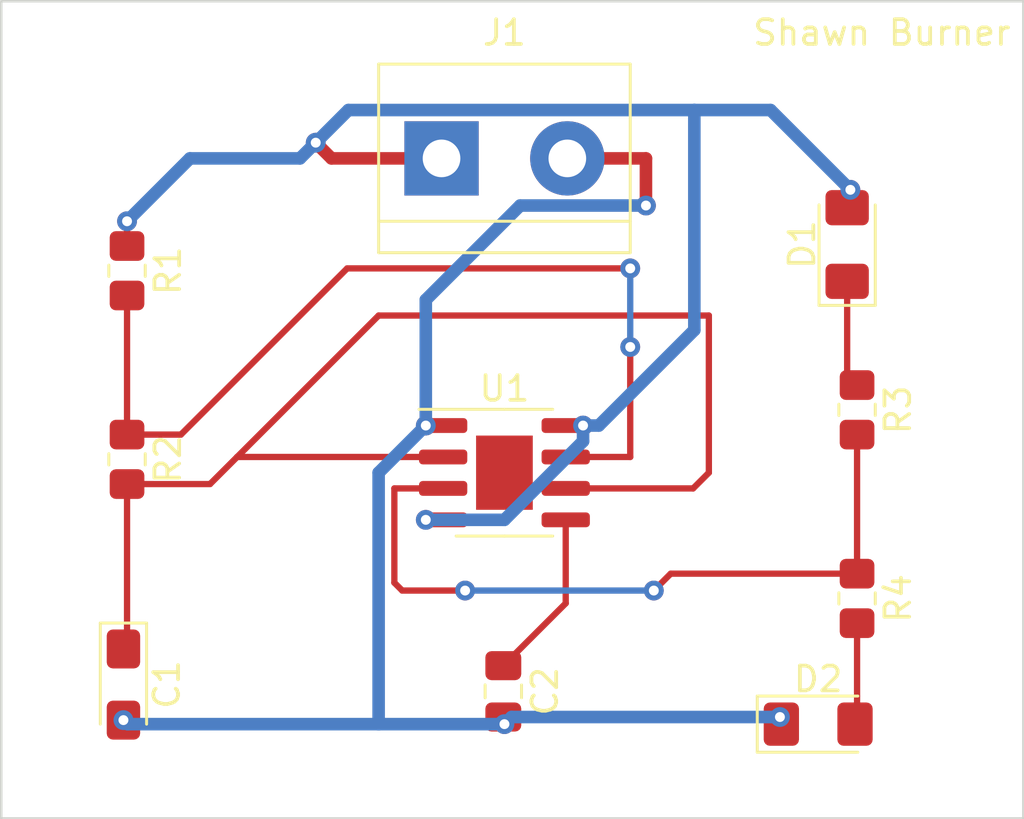
<source format=kicad_pcb>
(kicad_pcb (version 20211014) (generator pcbnew)
  (layers (0 "F.Cu" signal) (31 "B.Cu" signal) (34 "B.Paste" user) (35 "F.Paste" user) (36 "B.SilkS" user "B.Silkscreen") (37 "F.SilkS" user "F.Silkscreen") (38 "B.Mask" user) (39 "F.Mask" user) (44 "Edge.Cuts" user))
  (net 0 "")
  (net 1 "/Pin_2")
  (net 2 "GND")
  (net 3 "Net-(C2-Pad1)")
  (net 4 "Net-(D1-Pad1)")
  (net 5 "+9V")
  (net 6 "Net-(D2-Pad2)")
  (net 7 "/Pin_7")
  (net 8 "/Pin_3")
  (footprint "LED_SMD:LED_1206_3216Metric_Pad1.42x1.75mm_HandSolder" (layer "F.Cu") (at 166.24 89.84 90)
    (fp_text reference "D1" (at 0 -1.82 90) (layer "F.SilkS"))
    (fp_text value "LED")
    (fp_line (start -2.46 1.135) (end 1.6 1.135) (layer "F.SilkS") (width 0.12))
    (fp_line (start 1.6 -1.135) (end -2.46 -1.135) (layer "F.SilkS") (width 0.12))
    (fp_line (start -2.46 -1.135) (end -2.46 1.135) (layer "F.SilkS") (width 0.12))
    (pad "1" smd roundrect (at -1.4875 0 90) (size 1.425 1.75) (layers "F.Cu" "F.Paste" "F.Mask") (roundrect_rratio 0.1754392982) (net 4 "Net-(D1-Pad1)"))
    (pad "2" smd roundrect (at 1.4875 0 90) (size 1.425 1.75) (layers "F.Cu" "F.Paste" "F.Mask") (roundrect_rratio 0.1754392982) (net 5 "+9V"))
  )
  (footprint "Resistor_SMD:R_0805_2012Metric_Pad1.20x1.40mm_HandSolder" (layer "F.Cu") (at 137.16 98.52 -90)
    (fp_text reference "R2" (at 0 -1.65 90) (layer "F.SilkS"))
    (fp_text value "10k")
    (fp_line (start -0.227064 0.735) (end 0.227064 0.735) (layer "F.SilkS") (width 0.12))
    (fp_line (start -0.227064 -0.735) (end 0.227064 -0.735) (layer "F.SilkS") (width 0.12))
    (pad "1" smd roundrect (at -1 0 270) (size 1.2 1.4) (layers "F.Cu" "F.Paste" "F.Mask") (roundrect_rratio 0.2083333333) (net 7 "/Pin_7"))
    (pad "2" smd roundrect (at 1 0 270) (size 1.2 1.4) (layers "F.Cu" "F.Paste" "F.Mask") (roundrect_rratio 0.2083333333) (net 1 "/Pin_2"))
  )
  (footprint "Package_SO:SOIC-8-1EP_3.9x4.9mm_P1.27mm_EP2.29x3mm" (layer "F.Cu") (at 152.4 99.06)
    (fp_text reference "U1" (at 0 -3.4) (layer "F.SilkS"))
    (fp_text value "NE555D")
    (fp_line (start 0 -2.56) (end 1.95 -2.56) (layer "F.SilkS") (width 0.12))
    (fp_line (start 0 -2.56) (end -3.45 -2.56) (layer "F.SilkS") (width 0.12))
    (fp_line (start 0 2.56) (end 1.95 2.56) (layer "F.SilkS") (width 0.12))
    (fp_line (start 0 2.56) (end -1.95 2.56) (layer "F.SilkS") (width 0.12))
    (pad "1" smd roundrect (at -2.475 -1.905) (size 1.95 0.6) (layers "F.Cu" "F.Paste" "F.Mask") (net 2 "GND"))
    (pad "2" smd roundrect (at -2.475 -0.635) (size 1.95 0.6) (layers "F.Cu" "F.Paste" "F.Mask") (net 1 "/Pin_2"))
    (pad "3" smd roundrect (at -2.475 0.635) (size 1.95 0.6) (layers "F.Cu" "F.Paste" "F.Mask") (net 8 "/Pin_3"))
    (pad "4" smd roundrect (at -2.475 1.905) (size 1.95 0.6) (layers "F.Cu" "F.Paste" "F.Mask") (net 5 "+9V"))
    (pad "5" smd roundrect (at 2.475 1.905) (size 1.95 0.6) (layers "F.Cu" "F.Paste" "F.Mask") (net 3 "Net-(C2-Pad1)"))
    (pad "6" smd roundrect (at 2.475 0.635) (size 1.95 0.6) (layers "F.Cu" "F.Paste" "F.Mask") (net 1 "/Pin_2"))
    (pad "7" smd roundrect (at 2.475 -0.635) (size 1.95 0.6) (layers "F.Cu" "F.Paste" "F.Mask") (net 7 "/Pin_7"))
    (pad "8" smd roundrect (at 2.475 -1.905) (size 1.95 0.6) (layers "F.Cu" "F.Paste" "F.Mask") (net 5 "+9V"))
    (pad "9" smd rect (at 0 0) (size 2.29 3) (layers "F.Cu" "F.Mask"))
  )
  (footprint "Capacitor_Tantalum_SMD:CP_EIA-3216-18_Kemet-A_Pad1.58x1.35mm_HandSolder" (layer "F.Cu") (at 137.015 107.62 -90)
    (fp_text reference "C1" (at 0 -1.75 90) (layer "F.SilkS"))
    (fp_text value "10uF")
    (fp_line (start -2.485 -0.935) (end -2.485 0.935) (layer "F.SilkS") (width 0.12))
    (fp_line (start 1.6 -0.935) (end -2.485 -0.935) (layer "F.SilkS") (width 0.12))
    (fp_line (start -2.485 0.935) (end 1.6 0.935) (layer "F.SilkS") (width 0.12))
    (pad "1" smd roundrect (at -1.4375 0 270) (size 1.575 1.35) (layers "F.Cu" "F.Paste" "F.Mask") (roundrect_rratio 0.1851851852) (net 1 "/Pin_2"))
    (pad "2" smd roundrect (at 1.4375 0 270) (size 1.575 1.35) (layers "F.Cu" "F.Paste" "F.Mask") (roundrect_rratio 0.1851851852) (net 2 "GND"))
  )
  (footprint "Resistor_SMD:R_0805_2012Metric_Pad1.20x1.40mm_HandSolder" (layer "F.Cu") (at 166.64 96.52 -90)
    (fp_text reference "R3" (at 0 -1.65 90) (layer "F.SilkS"))
    (fp_text value "1k")
    (fp_line (start -0.227064 -0.735) (end 0.227064 -0.735) (layer "F.SilkS") (width 0.12))
    (fp_line (start -0.227064 0.735) (end 0.227064 0.735) (layer "F.SilkS") (width 0.12))
    (pad "1" smd roundrect (at -1 0 270) (size 1.2 1.4) (layers "F.Cu" "F.Paste" "F.Mask") (roundrect_rratio 0.2083333333) (net 4 "Net-(D1-Pad1)"))
    (pad "2" smd roundrect (at 1 0 270) (size 1.2 1.4) (layers "F.Cu" "F.Paste" "F.Mask") (roundrect_rratio 0.2083333333) (net 8 "/Pin_3"))
  )
  (footprint "TerminalBlock:TerminalBlock_bornier-2_P5.08mm" (layer "F.Cu") (at 149.86 86.36)
    (fp_text reference "J1" (at 2.54 -5.08) (layer "F.SilkS"))
    (fp_text value "Conn_01x02_Male")
    (fp_line (start 7.62 2.54) (end -2.54 2.54) (layer "F.SilkS") (width 0.12))
    (fp_line (start 7.62 3.81) (end 7.62 -3.81) (layer "F.SilkS") (width 0.12))
    (fp_line (start -2.54 -3.81) (end -2.54 3.81) (layer "F.SilkS") (width 0.12))
    (fp_line (start -2.54 3.81) (end 7.62 3.81) (layer "F.SilkS") (width 0.12))
    (fp_line (start 7.62 -3.81) (end -2.54 -3.81) (layer "F.SilkS") (width 0.12))
    (pad "1" thru_hole rect (at 0 0) (size 3 3) (drill 1.52) (layers *.Cu *.Mask) (net 5 "+9V"))
    (pad "2" thru_hole circle (at 5.08 0) (size 3 3) (drill 1.52) (layers *.Cu *.Mask) (net 2 "GND"))
  )
  (footprint "LED_SMD:LED_1206_3216Metric_Pad1.42x1.75mm_HandSolder" (layer "F.Cu") (at 165.07 109.22)
    (fp_text reference "D2" (at 0 -1.82) (layer "F.SilkS"))
    (fp_text value "LED")
    (fp_line (start -2.46 -1.135) (end -2.46 1.135) (layer "F.SilkS") (width 0.12))
    (fp_line (start 1.6 -1.135) (end -2.46 -1.135) (layer "F.SilkS") (width 0.12))
    (fp_line (start -2.46 1.135) (end 1.6 1.135) (layer "F.SilkS") (width 0.12))
    (pad "1" smd roundrect (at -1.4875 0) (size 1.425 1.75) (layers "F.Cu" "F.Paste" "F.Mask") (roundrect_rratio 0.1754392982) (net 2 "GND"))
    (pad "2" smd roundrect (at 1.4875 0) (size 1.425 1.75) (layers "F.Cu" "F.Paste" "F.Mask") (roundrect_rratio 0.1754392982) (net 6 "Net-(D2-Pad2)"))
  )
  (footprint "Resistor_SMD:R_0805_2012Metric_Pad1.20x1.40mm_HandSolder" (layer "F.Cu") (at 137.16 90.9 -90)
    (fp_text reference "R1" (at 0 -1.65 90) (layer "F.SilkS"))
    (fp_text value "1k")
    (fp_line (start -0.227064 -0.735) (end 0.227064 -0.735) (layer "F.SilkS") (width 0.12))
    (fp_line (start -0.227064 0.735) (end 0.227064 0.735) (layer "F.SilkS") (width 0.12))
    (pad "1" smd roundrect (at -1 0 270) (size 1.2 1.4) (layers "F.Cu" "F.Paste" "F.Mask") (roundrect_rratio 0.2083333333) (net 5 "+9V"))
    (pad "2" smd roundrect (at 1 0 270) (size 1.2 1.4) (layers "F.Cu" "F.Paste" "F.Mask") (roundrect_rratio 0.2083333333) (net 7 "/Pin_7"))
  )
  (footprint "Resistor_SMD:R_0805_2012Metric_Pad1.20x1.40mm_HandSolder" (layer "F.Cu") (at 166.64 104.14 -90)
    (fp_text reference "R4" (at 0 -1.65 90) (layer "F.SilkS"))
    (fp_text value "1k")
    (fp_line (start -0.227064 0.735) (end 0.227064 0.735) (layer "F.SilkS") (width 0.12))
    (fp_line (start -0.227064 -0.735) (end 0.227064 -0.735) (layer "F.SilkS") (width 0.12))
    (pad "1" smd roundrect (at -1 0 270) (size 1.2 1.4) (layers "F.Cu" "F.Paste" "F.Mask") (roundrect_rratio 0.2083333333) (net 8 "/Pin_3"))
    (pad "2" smd roundrect (at 1 0 270) (size 1.2 1.4) (layers "F.Cu" "F.Paste" "F.Mask") (roundrect_rratio 0.2083333333) (net 6 "Net-(D2-Pad2)"))
  )
  (footprint "Capacitor_SMD:C_0805_2012Metric_Pad1.18x1.45mm_HandSolder" (layer "F.Cu") (at 152.355 107.895 -90)
    (fp_text reference "C2" (at 0 -1.68 90) (layer "F.SilkS"))
    (fp_text value "0.01uF")
    (fp_line (start -0.261252 -0.735) (end 0.261252 -0.735) (layer "F.SilkS") (width 0.12))
    (fp_line (start -0.261252 0.735) (end 0.261252 0.735) (layer "F.SilkS") (width 0.12))
    (pad "1" smd roundrect (at -1.0375 0 270) (size 1.175 1.45) (layers "F.Cu" "F.Paste" "F.Mask") (roundrect_rratio 0.2127659574) (net 3 "Net-(C2-Pad1)"))
    (pad "2" smd roundrect (at 1.0375 0 270) (size 1.175 1.45) (layers "F.Cu" "F.Paste" "F.Mask") (roundrect_rratio 0.2127659574) (net 2 "GND"))
  )
  (gr_rect (start 132.08 80.01) (end 173.355 113.03) (layer "Edge.Cuts") (width 0.1) (fill none))
  (gr_text "Shawn Burner" (at 167.64 81.28) (layer "F.SilkS") (effects (font (size 1 1))))
  (segment (start 140.51 99.52) (end 141.605 98.425) (width 0.254) (layer "F.Cu") (net 1))
  (segment (start 149.925 98.425) (end 141.605 98.425) (width 0.254) (layer "F.Cu") (net 1))
  (segment (start 141.605 98.425) (end 147.32 92.71) (width 0.254) (layer "F.Cu") (net 1))
  (segment (start 137.16 99.52) (end 140.51 99.52) (width 0.254) (layer "F.Cu") (net 1))
  (segment (start 160.655 92.71) (end 160.655 99.06) (width 0.254) (layer "F.Cu") (net 1))
  (segment (start 137.16 106.0375) (end 137.015 106.1825) (width 0.254) (layer "F.Cu") (net 1))
  (segment (start 137.16 99.52) (end 137.16 106.0375) (width 0.254) (layer "F.Cu") (net 1))
  (segment (start 160.655 99.06) (end 160.02 99.695) (width 0.254) (layer "F.Cu") (net 1))
  (segment (start 160.02 99.695) (end 154.875 99.695) (width 0.254) (layer "F.Cu") (net 1))
  (segment (start 147.32 92.71) (end 160.655 92.71) (width 0.254) (layer "F.Cu") (net 1))
  (segment (start 163.525 108.9325) (end 163.6125 109.02) (width 0.25) (layer "F.Cu") (net 2))
  (segment (start 158.115 88.265) (end 158.115 86.36) (width 0.508) (layer "F.Cu") (net 2))
  (segment (start 158.115 86.36) (end 154.94 86.36) (width 0.508) (layer "F.Cu") (net 2))
  (segment (start 152.23 109.0575) (end 152.0675 109.22) (width 0.25) (layer "F.Cu") (net 2))
  (segment (start 152.0675 109.22) (end 152.355 108.9325) (width 0.25) (layer "F.Cu") (net 2))
  (segment (start 152.4 109.22) (end 152.0675 109.22) (width 0.25) (layer "F.Cu") (net 2))
  (via (at 137.015 109.0575) (size 0.8) (drill 0.4) (layers "F.Cu" "B.Cu") (net 2))
  (via (at 149.225 97.155) (size 0.8) (drill 0.4) (layers "F.Cu" "B.Cu") (net 2))
  (via (at 163.525 108.9325) (size 0.8) (drill 0.4) (layers "F.Cu" "B.Cu") (net 2))
  (via (at 158.115 88.265) (size 0.8) (drill 0.4) (layers "F.Cu" "B.Cu") (net 2))
  (via (at 152.4 109.22) (size 0.8) (drill 0.4) (layers "F.Cu" "B.Cu") (net 2))
  (segment (start 152.6875 108.9325) (end 152.4 109.22) (width 0.508) (layer "B.Cu") (net 2))
  (segment (start 158.115 88.265) (end 153.035 88.265) (width 0.508) (layer "B.Cu") (net 2))
  (segment (start 147.32 109.22) (end 137.1775 109.22) (width 0.508) (layer "B.Cu") (net 2))
  (segment (start 147.32 109.22) (end 147.32 99.06) (width 0.508) (layer "B.Cu") (net 2))
  (segment (start 153.035 88.265) (end 149.225 92.075) (width 0.508) (layer "B.Cu") (net 2))
  (segment (start 137.1775 109.22) (end 137.015 109.0575) (width 0.508) (layer "B.Cu") (net 2))
  (segment (start 152.4 109.22) (end 147.32 109.22) (width 0.508) (layer "B.Cu") (net 2))
  (segment (start 163.525 108.9325) (end 152.6875 108.9325) (width 0.508) (layer "B.Cu") (net 2))
  (segment (start 149.225 92.075) (end 149.225 97.155) (width 0.508) (layer "B.Cu") (net 2))
  (segment (start 147.32 99.06) (end 149.225 97.155) (width 0.508) (layer "B.Cu") (net 2))
  (segment (start 154.875 104.3375) (end 152.355 106.8575) (width 0.254) (layer "F.Cu") (net 3))
  (segment (start 154.875 100.965) (end 154.875 104.3375) (width 0.254) (layer "F.Cu") (net 3))
  (segment (start 166.24 91.3275) (end 166.24 95.12) (width 0.254) (layer "F.Cu") (net 4))
  (segment (start 166.24 95.12) (end 166.64 95.52) (width 0.254) (layer "F.Cu") (net 4))
  (segment (start 144.78 85.725) (end 145.415 86.36) (width 0.508) (layer "F.Cu") (net 5))
  (segment (start 155.575 97.155) (end 155.005 97.155) (width 0.25) (layer "F.Cu") (net 5))
  (segment (start 137.16 89.9) (end 137.16 88.9) (width 0.25) (layer "F.Cu") (net 5))
  (segment (start 145.415 86.36) (end 149.86 86.36) (width 0.508) (layer "F.Cu") (net 5))
  (via (at 149.225 100.965) (size 0.8) (drill 0.4) (layers "F.Cu" "B.Cu") (net 5))
  (via (at 155.575 97.155) (size 0.8) (drill 0.4) (layers "F.Cu" "B.Cu") (net 5))
  (via (at 144.78 85.725) (size 0.8) (drill 0.4) (layers "F.Cu" "B.Cu") (net 5))
  (via (at 166.37 87.63) (size 0.8) (drill 0.4) (layers "F.Cu" "B.Cu") (net 5))
  (via (at 137.16 88.9) (size 0.8) (drill 0.4) (layers "F.Cu" "B.Cu") (net 5))
  (segment (start 155.575 97.79) (end 152.4 100.965) (width 0.508) (layer "B.Cu") (net 5))
  (segment (start 163.146 84.406) (end 166.37 87.63) (width 0.508) (layer "B.Cu") (net 5))
  (segment (start 146.099 84.406) (end 160.069 84.406) (width 0.508) (layer "B.Cu") (net 5))
  (segment (start 160.069 84.406) (end 163.146 84.406) (width 0.508) (layer "B.Cu") (net 5))
  (segment (start 144.78 85.725) (end 146.099 84.406) (width 0.508) (layer "B.Cu") (net 5))
  (segment (start 156.21 97.155) (end 160.069 93.296) (width 0.508) (layer "B.Cu") (net 5))
  (segment (start 152.4 100.965) (end 149.225 100.965) (width 0.508) (layer "B.Cu") (net 5))
  (segment (start 155.575 97.155) (end 155.575 97.79) (width 0.508) (layer "B.Cu") (net 5))
  (segment (start 155.575 97.155) (end 156.21 97.155) (width 0.508) (layer "B.Cu") (net 5))
  (segment (start 144.145 86.36) (end 139.7 86.36) (width 0.508) (layer "B.Cu") (net 5))
  (segment (start 160.069 93.296) (end 160.069 84.406) (width 0.508) (layer "B.Cu") (net 5))
  (segment (start 139.7 86.36) (end 137.16 88.9) (width 0.508) (layer "B.Cu") (net 5))
  (segment (start 144.78 85.725) (end 144.145 86.36) (width 0.508) (layer "B.Cu") (net 5))
  (segment (start 166.64 105.14) (end 166.64 109.1375) (width 0.254) (layer "F.Cu") (net 6))
  (segment (start 166.64 109.1375) (end 166.5575 109.22) (width 0.254) (layer "F.Cu") (net 6))
  (segment (start 157.48 93.98) (end 157.48 98.425) (width 0.254) (layer "F.Cu") (net 7))
  (segment (start 157.48 98.425) (end 154.875 98.425) (width 0.254) (layer "F.Cu") (net 7))
  (segment (start 146.05 90.805) (end 157.48 90.805) (width 0.254) (layer "F.Cu") (net 7))
  (segment (start 139.335 97.52) (end 146.05 90.805) (width 0.254) (layer "F.Cu") (net 7))
  (segment (start 137.16 91.9) (end 137.16 97.52) (width 0.254) (layer "F.Cu") (net 7))
  (segment (start 137.16 97.52) (end 139.335 97.52) (width 0.254) (layer "F.Cu") (net 7))
  (via (at 157.48 93.98) (size 0.8) (drill 0.4) (layers "F.Cu" "B.Cu") (net 7))
  (via (at 157.48 90.805) (size 0.8) (drill 0.4) (layers "F.Cu" "B.Cu") (net 7))
  (segment (start 157.48 90.805) (end 157.48 93.98) (width 0.254) (layer "B.Cu") (net 7))
  (segment (start 150.8125 103.8225) (end 148.2725 103.8225) (width 0.254) (layer "F.Cu") (net 8))
  (segment (start 166.64 103.14) (end 159.115 103.14) (width 0.254) (layer "F.Cu") (net 8))
  (segment (start 147.955 103.505) (end 147.955 99.695) (width 0.254) (layer "F.Cu") (net 8))
  (segment (start 148.2725 103.8225) (end 147.955 103.505) (width 0.254) (layer "F.Cu") (net 8))
  (segment (start 166.64 97.52) (end 166.64 103.14) (width 0.254) (layer "F.Cu") (net 8))
  (segment (start 147.955 99.695) (end 149.925 99.695) (width 0.254) (layer "F.Cu") (net 8))
  (segment (start 159.115 103.14) (end 158.4325 103.8225) (width 0.254) (layer "F.Cu") (net 8))
  (via (at 158.4325 103.8225) (size 0.8) (drill 0.4) (layers "F.Cu" "B.Cu") (net 8))
  (via (at 150.8125 103.8225) (size 0.8) (drill 0.4) (layers "F.Cu" "B.Cu") (net 8))
  (segment (start 158.4325 103.8225) (end 150.8125 103.8225) (width 0.254) (layer "B.Cu") (net 8))
)
</source>
